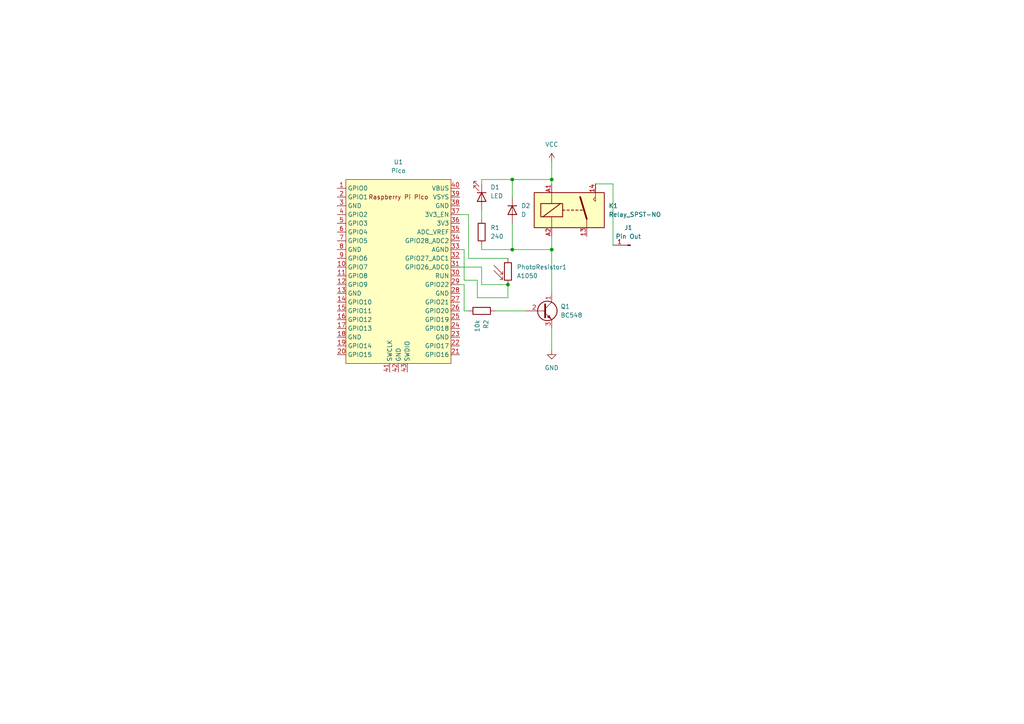
<source format=kicad_sch>
(kicad_sch (version 20231120) (generator "eeschema") (generator_version "8.0")
  (paper "A4")
  (lib_symbols
    (symbol "Connector:Conn_01x01_Pin" (pin_names (offset 1.016) hide)
      (property "Reference" "J" (at 0 2.54 0))
      (property "Value" "Conn_01x01_Pin" (at 0 -2.54 0))
      (symbol "Conn_01x01_Pin_1_1"
        (polyline (pts (xy 1.27 0) (xy 0.8636 0)) (stroke (width 0.1524)))
        (rectangle (start 0.8636 0.127) (end 0 -0.127) (stroke (width 0.1524)) (fill (type outline)))
        (pin passive line (at 5.08 0 180) (length 3.81) (name "Pin_1") (number "1"))
      )
    )
    (symbol "Device:D" (pin_numbers hide) (pin_names (offset 1.016) hide)
      (property "Reference" "D" (at 0 2.54 0))
      (property "Value" "D" (at 0 -2.54 0))
      (symbol "D_0_1"
        (polyline (pts (xy -1.27 1.27) (xy -1.27 -1.27)) (stroke (width 0.254)))
        (polyline (pts (xy 1.27 0) (xy -1.27 0)))
        (polyline (pts (xy 1.27 1.27) (xy 1.27 -1.27) (xy -1.27 0) (xy 1.27 1.27)) (stroke (width 0.254)))
      )
      (symbol "D_1_1"
        (pin passive line (at -3.81 0 0) (length 2.54) (name "K") (number "1"))
        (pin passive line (at 3.81 0 180) (length 2.54) (name "A") (number "2"))
      )
    )
    (symbol "Device:LED" (pin_numbers hide) (pin_names (offset 1.016) hide)
      (property "Reference" "D" (at 0 2.54 0))
      (property "Value" "LED" (at 0 -2.54 0))
      (symbol "LED_0_1"
        (polyline (pts (xy -1.27 -1.27) (xy -1.27 1.27)) (stroke (width 0.254)))
        (polyline (pts (xy -1.27 0) (xy 1.27 0)))
        (polyline (pts (xy 1.27 -1.27) (xy 1.27 1.27) (xy -1.27 0) (xy 1.27 -1.27)) (stroke (width 0.254)))
        (polyline (pts (xy -3.048 -0.762) (xy -4.572 -2.286) (xy -3.81 -2.286) (xy -4.572 -2.286) (xy -4.572 -1.524)))
        (polyline (pts (xy -1.778 -0.762) (xy -3.302 -2.286) (xy -2.54 -2.286) (xy -3.302 -2.286) (xy -3.302 -1.524)))
      )
      (symbol "LED_1_1"
        (pin passive line (at -3.81 0 0) (length 2.54) (name "K") (number "1"))
        (pin passive line (at 3.81 0 180) (length 2.54) (name "A") (number "2"))
      )
    )
    (symbol "Device:R" (pin_numbers hide) (pin_names (offset 0))
      (property "Reference" "R" (at 2.032 0 90))
      (property "Value" "R" (at 0 0 90))
      (symbol "R_0_1"
        (rectangle (start -1.016 -2.54) (end 1.016 2.54) (stroke (width 0.254)))
      )
      (symbol "R_1_1"
        (pin passive line (at 0 3.81 270) (length 1.27) (name "~") (number "1"))
        (pin passive line (at 0 -3.81 90) (length 1.27) (name "~") (number "2"))
      )
    )
    (symbol "MCU_RaspberryPi_and_Boards:Pico"
      (property "Reference" "U" (at -13.97 27.94 0))
      (property "Value" "Pico" (at 0 19.05 0))
      (symbol "Pico_0_0"
        (text "Raspberry Pi Pico" (at 0 21.59 0) (effects (font (size 1.27 1.27))))
      )
      (symbol "Pico_0_1"
        (rectangle (start -15.24 26.67) (end 15.24 -26.67) (fill (type background)))
      )
      (symbol "Pico_1_1"
        (pin bidirectional line (at -17.78 24.13 0) (length 2.54) (name "GPIO0") (number "1"))
        (pin bidirectional line (at -17.78 1.27 0) (length 2.54) (name "GPIO7") (number "10"))
        (pin bidirectional line (at -17.78 -1.27 0) (length 2.54) (name "GPIO8") (number "11"))
        (pin bidirectional line (at -17.78 -3.81 0) (length 2.54) (name "GPIO9") (number "12"))
        (pin power_in line (at -17.78 -6.35 0) (length 2.54) (name "GND") (number "13"))
        (pin bidirectional line (at -17.78 -8.89 0) (length 2.54) (name "GPIO10") (number "14"))
        (pin bidirectional line (at -17.78 -11.43 0) (length 2.54) (name "GPIO11") (number "15"))
        (pin bidirectional line (at -17.78 -13.97 0) (length 2.54) (name "GPIO12") (number "16"))
        (pin bidirectional line (at -17.78 -16.51 0) (length 2.54) (name "GPIO13") (number "17"))
        (pin power_in line (at -17.78 -19.05 0) (length 2.54) (name "GND") (number "18"))
        (pin bidirectional line (at -17.78 -21.59 0) (length 2.54) (name "GPIO14") (number "19"))
        (pin bidirectional line (at -17.78 21.59 0) (length 2.54) (name "GPIO1") (number "2"))
        (pin bidirectional line (at -17.78 -24.13 0) (length 2.54) (name "GPIO15") (number "20"))
        (pin bidirectional line (at 17.78 -24.13 180) (length 2.54) (name "GPIO16") (number "21"))
        (pin bidirectional line (at 17.78 -21.59 180) (length 2.54) (name "GPIO17") (number "22"))
        (pin power_in line (at 17.78 -19.05 180) (length 2.54) (name "GND") (number "23"))
        (pin bidirectional line (at 17.78 -16.51 180) (length 2.54) (name "GPIO18") (number "24"))
        (pin bidirectional line (at 17.78 -13.97 180) (length 2.54) (name "GPIO19") (number "25"))
        (pin bidirectional line (at 17.78 -11.43 180) (length 2.54) (name "GPIO20") (number "26"))
        (pin bidirectional line (at 17.78 -8.89 180) (length 2.54) (name "GPIO21") (number "27"))
        (pin power_in line (at 17.78 -6.35 180) (length 2.54) (name "GND") (number "28"))
        (pin bidirectional line (at 17.78 -3.81 180) (length 2.54) (name "GPIO22") (number "29"))
        (pin power_in line (at -17.78 19.05 0) (length 2.54) (name "GND") (number "3"))
        (pin input line (at 17.78 -1.27 180) (length 2.54) (name "RUN") (number "30"))
        (pin bidirectional line (at 17.78 1.27 180) (length 2.54) (name "GPIO26_ADC0") (number "31"))
        (pin bidirectional line (at 17.78 3.81 180) (length 2.54) (name "GPIO27_ADC1") (number "32"))
        (pin power_in line (at 17.78 6.35 180) (length 2.54) (name "AGND") (number "33"))
        (pin bidirectional line (at 17.78 8.89 180) (length 2.54) (name "GPIO28_ADC2") (number "34"))
        (pin power_in line (at 17.78 11.43 180) (length 2.54) (name "ADC_VREF") (number "35"))
        (pin power_in line (at 17.78 13.97 180) (length 2.54) (name "3V3") (number "36"))
        (pin input line (at 17.78 16.51 180) (length 2.54) (name "3V3_EN") (number "37"))
        (pin bidirectional line (at 17.78 19.05 180) (length 2.54) (name "GND") (number "38"))
        (pin power_in line (at 17.78 21.59 180) (length 2.54) (name "VSYS") (number "39"))
        (pin bidirectional line (at -17.78 16.51 0) (length 2.54) (name "GPIO2") (number "4"))
        (pin power_in line (at 17.78 24.13 180) (length 2.54) (name "VBUS") (number "40"))
        (pin input line (at -2.54 -29.21 90) (length 2.54) (name "SWCLK") (number "41"))
        (pin power_in line (at 0 -29.21 90) (length 2.54) (name "GND") (number "42"))
        (pin bidirectional line (at 2.54 -29.21 90) (length 2.54) (name "SWDIO") (number "43"))
        (pin bidirectional line (at -17.78 13.97 0) (length 2.54) (name "GPIO3") (number "5"))
        (pin bidirectional line (at -17.78 11.43 0) (length 2.54) (name "GPIO4") (number "6"))
        (pin bidirectional line (at -17.78 8.89 0) (length 2.54) (name "GPIO5") (number "7"))
        (pin power_in line (at -17.78 6.35 0) (length 2.54) (name "GND") (number "8"))
        (pin bidirectional line (at -17.78 3.81 0) (length 2.54) (name "GPIO6") (number "9"))
      )
    )
    (symbol "Relay:Relay_SPST-NO"
      (property "Reference" "K" (at 11.43 3.81 0))
      (property "Value" "Relay_SPST-NO" (at 11.43 1.27 0))
      (symbol "Relay_SPST-NO_0_0"
        (polyline (pts (xy 7.62 5.08) (xy 7.62 2.54) (xy 6.985 3.175) (xy 7.62 3.81)))
      )
      (symbol "Relay_SPST-NO_0_1"
        (rectangle (start -10.16 5.08) (end 10.16 -5.08) (stroke (width 0.254)) (fill (type background)))
        (rectangle (start -8.255 1.905) (end -1.905 -1.905) (stroke (width 0.254)))
        (polyline (pts (xy -7.62 -1.905) (xy -2.54 1.905)) (stroke (width 0.254)))
        (polyline (pts (xy -5.08 -5.08) (xy -5.08 -1.905)))
        (polyline (pts (xy -5.08 5.08) (xy -5.08 1.905)))
        (polyline (pts (xy -1.905 0) (xy -1.27 0)) (stroke (width 0.254)))
        (polyline (pts (xy -0.635 0) (xy 0 0)) (stroke (width 0.254)))
        (polyline (pts (xy 0.635 0) (xy 1.27 0)) (stroke (width 0.254)))
        (polyline (pts (xy 1.905 0) (xy 2.54 0)) (stroke (width 0.254)))
        (polyline (pts (xy 3.175 0) (xy 3.81 0)) (stroke (width 0.254)))
        (polyline (pts (xy 5.08 -2.54) (xy 3.175 3.81)) (stroke (width 0.508)))
        (polyline (pts (xy 5.08 -2.54) (xy 5.08 -5.08)))
      )
      (symbol "Relay_SPST-NO_1_1"
        (pin passive line (at 5.08 -7.62 90) (length 2.54) (name "~") (number "13"))
        (pin passive line (at 7.62 7.62 270) (length 2.54) (name "~") (number "14"))
        (pin passive line (at -5.08 7.62 270) (length 2.54) (name "~") (number "A1"))
        (pin passive line (at -5.08 -7.62 90) (length 2.54) (name "~") (number "A2"))
      )
    )
    (symbol "Sensor_Optical:A1050" (pin_numbers hide) (pin_names (offset 0))
      (property "Reference" "R" (at -5.08 0 90))
      (property "Value" "A1050" (at 1.905 0 90))
      (symbol "A1050_0_1"
        (rectangle (start -1.016 2.54) (end 1.016 -2.54) (stroke (width 0.254)))
        (polyline (pts (xy -1.524 -2.286) (xy -4.064 0.254)))
        (polyline (pts (xy -1.524 -2.286) (xy -2.286 -2.286)))
        (polyline (pts (xy -1.524 -2.286) (xy -1.524 -1.524)))
        (polyline (pts (xy -1.524 -0.762) (xy -4.064 1.778)))
        (polyline (pts (xy -1.524 -0.762) (xy -2.286 -0.762)))
        (polyline (pts (xy -1.524 -0.762) (xy -1.524 0)))
      )
      (symbol "A1050_1_1"
        (pin passive line (at 0 3.81 270) (length 1.27) (name "~") (number "1"))
        (pin passive line (at 0 -3.81 90) (length 1.27) (name "~") (number "2"))
      )
    )
    (symbol "Transistor_BJT:BC548" (pin_names (offset 0) hide)
      (property "Reference" "Q" (at 5.08 1.905 0))
      (property "Value" "BC548" (at 5.08 0 0))
      (symbol "BC548_0_1"
        (polyline (pts (xy 0 0) (xy 0.635 0)))
        (polyline (pts (xy 0.635 0.635) (xy 2.54 2.54)))
        (polyline (pts (xy 0.635 -0.635) (xy 2.54 -2.54) (xy 2.54 -2.54)))
        (polyline (pts (xy 0.635 1.905) (xy 0.635 -1.905) (xy 0.635 -1.905)) (stroke (width 0.508)))
        (polyline (pts (xy 1.27 -1.778) (xy 1.778 -1.27) (xy 2.286 -2.286) (xy 1.27 -1.778) (xy 1.27 -1.778)) (fill (type outline)))
        (circle (center 1.27 0) (radius 2.8194) (stroke (width 0.254)))
      )
      (symbol "BC548_1_1"
        (pin passive line (at 2.54 5.08 270) (length 2.54) (name "C") (number "1"))
        (pin input line (at -5.08 0 0) (length 5.08) (name "B") (number "2"))
        (pin passive line (at 2.54 -5.08 90) (length 2.54) (name "E") (number "3"))
      )
    )
    (symbol "power:GND" (power) (pin_numbers hide) (pin_names (offset 0) hide)
      (property "Value" "GND" (at 0 -3.81 0))
      (symbol "GND_0_1"
        (polyline (pts (xy 0 0) (xy 0 -1.27) (xy 1.27 -1.27) (xy 0 -2.54) (xy -1.27 -1.27) (xy 0 -1.27)))
      )
      (symbol "GND_1_1"
        (pin power_in line (at 0 0 270) (length 0) (name "~") (number "1"))
      )
    )
    (symbol "power:VCC" (power) (pin_numbers hide) (pin_names (offset 0) hide)
      (property "Value" "VCC" (at 0 3.556 0))
      (symbol "VCC_0_1"
        (polyline (pts (xy -0.762 1.27) (xy 0 2.54)))
        (polyline (pts (xy 0 0) (xy 0 2.54)))
        (polyline (pts (xy 0 2.54) (xy 0.762 1.27)))
      )
      (symbol "VCC_1_1"
        (pin power_in line (at 0 0 90) (length 0) (name "~") (number "1"))
      )
    )
  )
  (junction (at 160.02 72.39))
  (junction (at 148.59 52.07))
  (junction (at 148.59 72.39))
  (junction (at 147.32 82.55))
  (junction (at 160.02 52.07))
  (wire (pts (xy 139.7 82.55) (xy 147.32 82.55)))
  (wire (pts (xy 135.89 74.93) (xy 147.32 74.93)))
  (wire (pts (xy 148.59 52.07) (xy 160.02 52.07)))
  (wire (pts (xy 134.62 90.17) (xy 135.89 90.17)))
  (wire (pts (xy 160.02 46.99) (xy 160.02 52.07)))
  (wire (pts (xy 143.51 90.17) (xy 152.4 90.17)))
  (wire (pts (xy 138.43 86.36) (xy 147.32 86.36)))
  (wire (pts (xy 148.59 64.77) (xy 148.59 72.39)))
  (wire (pts (xy 148.59 52.07) (xy 139.7 52.07)))
  (wire (pts (xy 139.7 52.07) (xy 139.7 53.34)))
  (wire (pts (xy 133.35 72.39) (xy 134.62 72.39)))
  (wire (pts (xy 160.02 72.39) (xy 160.02 85.09)))
  (wire (pts (xy 172.72 53.34) (xy 177.8 53.34)))
  (wire (pts (xy 135.89 62.23) (xy 135.89 74.93)))
  (wire (pts (xy 148.59 52.07) (xy 148.59 57.15)))
  (wire (pts (xy 139.7 77.47) (xy 139.7 82.55)))
  (wire (pts (xy 147.32 86.36) (xy 147.32 82.55)))
  (wire (pts (xy 134.62 72.39) (xy 134.62 81.28)))
  (wire (pts (xy 160.02 52.07) (xy 160.02 53.34)))
  (wire (pts (xy 133.35 77.47) (xy 139.7 77.47)))
  (wire (pts (xy 139.7 71.12) (xy 139.7 72.39)))
  (wire (pts (xy 134.62 90.17) (xy 134.62 82.55)))
  (wire (pts (xy 138.43 81.28) (xy 138.43 86.36)))
  (wire (pts (xy 160.02 68.58) (xy 160.02 72.39)))
  (wire (pts (xy 134.62 81.28) (xy 138.43 81.28)))
  (wire (pts (xy 139.7 60.96) (xy 139.7 63.5)))
  (wire (pts (xy 160.02 95.25) (xy 160.02 101.6)))
  (wire (pts (xy 134.62 82.55) (xy 133.35 82.55)))
  (wire (pts (xy 133.35 62.23) (xy 135.89 62.23)))
  (wire (pts (xy 148.59 72.39) (xy 160.02 72.39)))
  (wire (pts (xy 177.8 53.34) (xy 177.8 71.12)))
  (wire (pts (xy 139.7 72.39) (xy 148.59 72.39)))
  (symbol (lib_id "power:GND") (at 160.02 101.6 0) (unit 1)
    (property "Reference" "#PWR01" (effects (hide yes)))
    (property "Value" "GND" (at 160.02 106.68 0))
    (property "Description" "Power symbol creates a global label with name \"GND\" , ground" (effects (hide yes)))
  )
  (symbol (lib_id "Relay:Relay_SPST-NO") (at 165.1 60.96 0) (unit 1)
    (property "Reference" "K1" (at 176.53 59.6899 0) (effects (justify left)))
    (property "Value" "Relay_SPST-NO" (at 176.53 62.2299 0) (effects (justify left)))
    (property "Footprint" "Relay_THT:Relay_SPST_Schrack-RT1-FormA_RM5mm" (effects (hide yes)))
    (property "Description" "Relay SPST, Normally Open, EN50005" (effects (hide yes)))
  )
  (symbol (lib_id "power:VCC") (at 160.02 46.99 0) (unit 1)
    (property "Reference" "#PWR02" (effects (hide yes)))
    (property "Value" "VCC" (at 160.02 41.91 0))
    (property "Description" "Power symbol creates a global label with name \"VCC\"" (effects (hide yes)))
  )
  (symbol (lib_id "Transistor_BJT:BC548") (at 157.48 90.17 0) (unit 1)
    (property "Reference" "Q1" (at 162.56 88.8999 0) (effects (justify left)))
    (property "Value" "BC548" (at 162.56 91.4399 0) (effects (justify left)))
    (property "Footprint" "Package_TO_SOT_THT:TO-92_Inline" (effects (hide yes)))
    (property "Datasheet" "https://www.onsemi.com/pub/Collateral/BC550-D.pdf" (effects (hide yes)))
    (property "Description" "0.1A Ic, 30V Vce, Small Signal NPN Transistor, TO-92" (effects (hide yes)))
  )
  (symbol (lib_id "Device:R") (at 139.7 67.31 0) (unit 1)
    (property "Reference" "R1" (at 142.24 66.0399 0) (effects (justify left)))
    (property "Value" "240" (at 142.24 68.5799 0) (effects (justify left)))
    (property "Footprint" "Resistor_THT:R_Axial_DIN0204_L3.6mm_D1.6mm_P7.62mm_Horizontal" (effects (hide yes)))
    (property "Description" "Resistor" (effects (hide yes)))
  )
  (symbol (lib_id "Device:LED") (at 139.7 57.15 270) (unit 1)
    (property "Reference" "D1" (at 142.24 54.2924 90) (effects (justify left)))
    (property "Value" "LED" (at 142.24 56.8324 90) (effects (justify left)))
    (property "Footprint" "LED_THT:LED_D3.0mm" (effects (hide yes)))
    (property "Description" "Light emitting diode" (effects (hide yes)))
  )
  (symbol (lib_id "Device:R") (at 139.7 90.17 270) (unit 1)
    (property "Reference" "R2" (at 140.9701 92.71 0) (effects (justify left)))
    (property "Value" "10k" (at 138.4301 92.71 0) (effects (justify left)))
    (property "Footprint" "Resistor_THT:R_Axial_DIN0204_L3.6mm_D1.6mm_P7.62mm_Horizontal" (effects (hide yes)))
    (property "Description" "Resistor" (effects (hide yes)))
  )
  (symbol (lib_id "Device:D") (at 148.59 60.96 270) (unit 1)
    (property "Reference" "D2" (at 151.13 59.6899 90) (effects (justify left)))
    (property "Value" "D" (at 151.13 62.2299 90) (effects (justify left)))
    (property "Footprint" "Diode_SMD:D_MiniMELF" (effects (hide yes)))
    (property "Description" "Diode" (effects (hide yes)))
    (property "Sim.Device" "D" (effects (hide yes)))
    (property "Sim.Pins" "1=K 2=A" (effects (hide yes)))
  )
  (symbol (lib_id "Sensor_Optical:A1050") (at 147.32 78.74 0) (unit 1)
    (property "Reference" "PhotoResistor1" (at 149.86 77.4699 0) (effects (justify left)))
    (property "Value" "A1050" (at 149.86 80.0099 0) (effects (justify left)))
    (property "Footprint" "OptoDevice:R_LDR_D6.4mm_P3.4mm_Vertical" (effects (hide yes)))
    (property "Datasheet" "http://cdn-reichelt.de/documents/datenblatt/A500/A106012.pdf" (effects (hide yes)))
    (property "Description" "light dependent resistor" (effects (hide yes)))
  )
  (symbol (lib_id "Connector:Conn_01x01_Pin") (at 182.88 71.12 180) (unit 1)
    (property "Reference" "J1" (at 182.245 66.04 0))
    (property "Value" "Pin Out" (at 182.245 68.58 0))
    (property "Footprint" "Connector_PinHeader_1.00mm:PinHeader_1x01_P1.00mm_Vertical" (effects (hide yes)))
    (property "Description" "Generic connector, single row, 01x01, script generated" (effects (hide yes)))
  )
  (symbol (lib_id "MCU_RaspberryPi_and_Boards:Pico") (at 115.57 78.74 0) (unit 1)
    (property "Reference" "U1" (at 115.57 46.99 0))
    (property "Value" "Pico" (at 115.57 49.53 0))
    (property "Footprint" "MCU_RaspberryPi_and_Boards:RPi_Pico_SMD_TH" (effects (hide yes)))
  )
)
</source>
